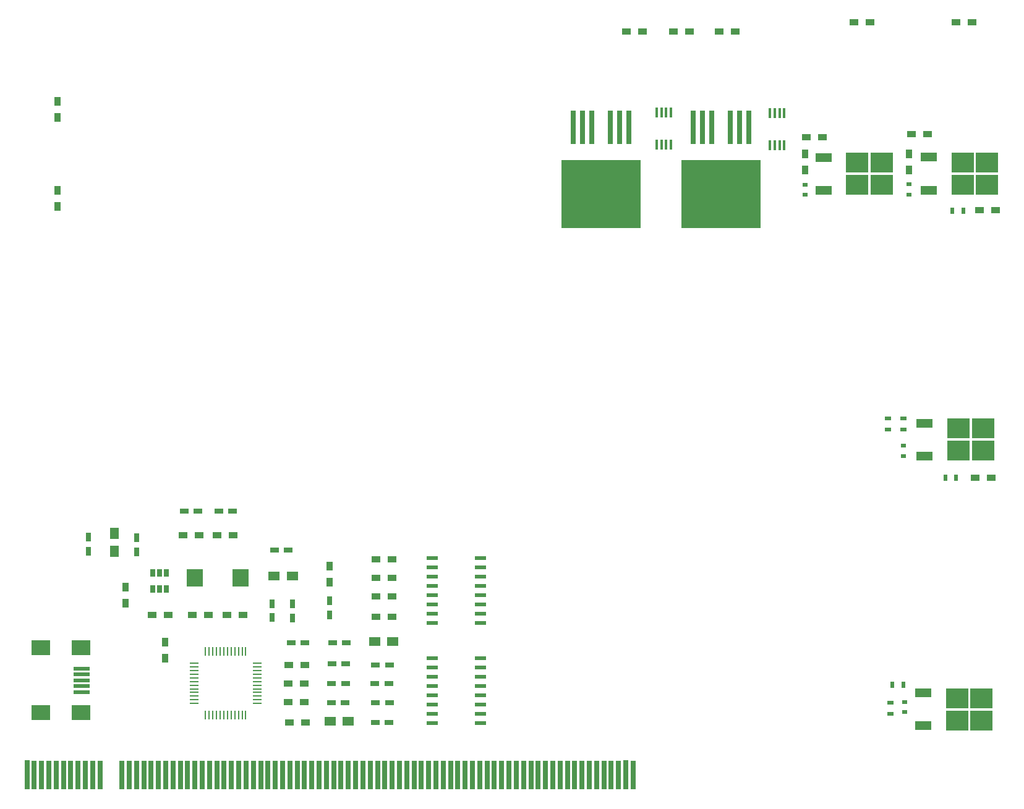
<source format=gtp>
G04 #@! TF.FileFunction,Paste,Top*
%FSLAX46Y46*%
G04 Gerber Fmt 4.6, Leading zero omitted, Abs format (unit mm)*
G04 Created by KiCad (PCBNEW 4.0.7) date 01/07/18 14:46:33*
%MOMM*%
%LPD*%
G01*
G04 APERTURE LIST*
%ADD10C,0.100000*%
%ADD11R,2.300000X0.500000*%
%ADD12R,2.500000X2.000000*%
%ADD13R,0.701040X4.000500*%
%ADD14R,0.701040X3.200400*%
%ADD15R,1.200000X0.750000*%
%ADD16R,1.500000X0.600000*%
%ADD17R,0.900000X1.200000*%
%ADD18R,1.200000X0.900000*%
%ADD19R,0.750000X1.200000*%
%ADD20R,1.250000X1.500000*%
%ADD21R,1.500000X1.250000*%
%ADD22R,0.700000X0.600000*%
%ADD23R,2.200000X1.200000*%
%ADD24R,3.050000X2.750000*%
%ADD25R,0.800000X4.600000*%
%ADD26R,10.800000X9.400000*%
%ADD27R,0.900000X0.500000*%
%ADD28R,0.500000X0.900000*%
%ADD29R,0.650000X1.060000*%
%ADD30R,1.300000X0.250000*%
%ADD31R,0.250000X1.300000*%
%ADD32R,0.450000X1.450000*%
%ADD33R,2.200000X2.400000*%
G04 APERTURE END LIST*
D10*
D11*
X58934000Y-123596600D03*
X58934000Y-124396600D03*
X58934000Y-125196600D03*
X58934000Y-125996600D03*
X58934000Y-126796600D03*
D12*
X58834000Y-120746600D03*
X53334000Y-120746600D03*
X58834000Y-129646600D03*
X53334000Y-129646600D03*
D13*
X64467740Y-138176000D03*
X65465960Y-138176000D03*
X66466720Y-138176000D03*
X67467480Y-138176000D03*
X68465700Y-138176000D03*
X69466460Y-138176000D03*
X70467220Y-138176000D03*
X64467740Y-138176000D03*
X65465960Y-138176000D03*
X66466720Y-138176000D03*
X67467480Y-138176000D03*
X68465700Y-138176000D03*
X69466460Y-138176000D03*
X70467220Y-138176000D03*
X61465460Y-138176000D03*
D14*
X51465480Y-137777220D03*
D13*
X52466240Y-138176000D03*
X53467000Y-138176000D03*
X54467760Y-138176000D03*
X55465980Y-138176000D03*
X56466740Y-138176000D03*
X57467500Y-138176000D03*
X58465720Y-138176000D03*
X59466480Y-138176000D03*
X60467240Y-138176000D03*
X51465480Y-138176000D03*
X52466240Y-138176000D03*
X53467000Y-138176000D03*
X54467760Y-138176000D03*
X55465980Y-138176000D03*
X56466740Y-138176000D03*
X57467500Y-138176000D03*
X58465720Y-138176000D03*
X59466480Y-138176000D03*
X60467240Y-138176000D03*
X61465460Y-138176000D03*
X71465440Y-138176000D03*
X72466200Y-138176000D03*
X73466960Y-138176000D03*
X74467720Y-138176000D03*
X75465940Y-138176000D03*
X76466700Y-138176000D03*
X77467460Y-138176000D03*
X78465680Y-138176000D03*
X79466440Y-138176000D03*
X80467200Y-138176000D03*
X81465420Y-138176000D03*
X82466180Y-138176000D03*
X83466940Y-138176000D03*
X84467700Y-138176000D03*
X71465440Y-138176000D03*
X72466200Y-138176000D03*
X73466960Y-138176000D03*
X74467720Y-138176000D03*
X75465940Y-138176000D03*
X76466700Y-138176000D03*
X77467460Y-138176000D03*
X78465680Y-138176000D03*
X79466440Y-138176000D03*
X80467200Y-138176000D03*
X81465420Y-138176000D03*
X82466180Y-138176000D03*
X83466940Y-138176000D03*
X84467700Y-138176000D03*
X85465920Y-138176000D03*
X86466680Y-138176000D03*
X87467440Y-138176000D03*
X88465660Y-138176000D03*
X89466420Y-138176000D03*
X90467180Y-138176000D03*
X91465400Y-138176000D03*
X92466160Y-138176000D03*
X93466920Y-138176000D03*
X94467680Y-138176000D03*
X95465900Y-138176000D03*
X96466660Y-138176000D03*
X97467420Y-138176000D03*
X98465640Y-138176000D03*
X99466400Y-138176000D03*
X100467160Y-138176000D03*
X101465380Y-138176000D03*
X85465920Y-138176000D03*
X86466680Y-138176000D03*
X87467440Y-138176000D03*
X88465660Y-138176000D03*
X89466420Y-138176000D03*
X90467180Y-138176000D03*
X91465400Y-138176000D03*
X92466160Y-138176000D03*
X93466920Y-138176000D03*
X94467680Y-138176000D03*
X95465900Y-138176000D03*
X96466660Y-138176000D03*
X97467420Y-138176000D03*
X98465640Y-138176000D03*
X99466400Y-138176000D03*
X100467160Y-138176000D03*
X101465380Y-138176000D03*
X102466140Y-138176000D03*
X103466900Y-138176000D03*
X104467660Y-138176000D03*
X105465880Y-138176000D03*
X106466640Y-138176000D03*
X107467400Y-138176000D03*
X108465620Y-138176000D03*
X109466380Y-138176000D03*
X110467140Y-138176000D03*
X111465360Y-138176000D03*
X112466120Y-138176000D03*
X113466880Y-138176000D03*
X114467640Y-138176000D03*
X115465860Y-138176000D03*
X116466620Y-138176000D03*
X117467380Y-138176000D03*
X118465600Y-138176000D03*
X119466360Y-138176000D03*
X120467120Y-138176000D03*
X121465340Y-138176000D03*
X122466100Y-138176000D03*
X123466860Y-138176000D03*
X124467620Y-138176000D03*
X125465840Y-138176000D03*
X126466600Y-138176000D03*
X127467360Y-138176000D03*
X128465580Y-138176000D03*
X129466340Y-138176000D03*
X130467100Y-138176000D03*
X131467860Y-138176000D03*
X132466080Y-138176000D03*
X133466840Y-138176000D03*
X134467600Y-138176000D03*
X102466140Y-138176000D03*
X103466900Y-138176000D03*
X104467660Y-138176000D03*
X105465880Y-138176000D03*
X106466640Y-138176000D03*
X107467400Y-138176000D03*
X108465620Y-138176000D03*
X109466380Y-138176000D03*
X110467140Y-138176000D03*
X111465360Y-138176000D03*
X112466120Y-138176000D03*
X113466880Y-138176000D03*
X114467640Y-138176000D03*
X115465860Y-138176000D03*
X116466620Y-138176000D03*
X117467380Y-138176000D03*
X118465600Y-138176000D03*
X119466360Y-138176000D03*
X120467120Y-138176000D03*
X121465340Y-138176000D03*
X122466100Y-138176000D03*
X123466860Y-138176000D03*
X124467620Y-138176000D03*
X125465840Y-138176000D03*
X126466600Y-138176000D03*
X127467360Y-138176000D03*
X128465580Y-138176000D03*
X129466340Y-138176000D03*
X130467100Y-138176000D03*
X131467860Y-138176000D03*
X132466080Y-138176000D03*
D14*
X133466840Y-137777220D03*
D13*
X134467600Y-138176000D03*
D15*
X99189500Y-123063000D03*
X101089500Y-123063000D03*
D16*
X106938000Y-108458000D03*
X106938000Y-109728000D03*
X106938000Y-110998000D03*
X106938000Y-112268000D03*
X106938000Y-113538000D03*
X106938000Y-114808000D03*
X106938000Y-116078000D03*
X106938000Y-117348000D03*
X113538000Y-117348000D03*
X113538000Y-116078000D03*
X113538000Y-114808000D03*
X113538000Y-113538000D03*
X113538000Y-112268000D03*
X113538000Y-110998000D03*
X113538000Y-109728000D03*
X113538000Y-108458000D03*
X106934000Y-122174000D03*
X106934000Y-123444000D03*
X106934000Y-124714000D03*
X106934000Y-125984000D03*
X106934000Y-127254000D03*
X106934000Y-128524000D03*
X106934000Y-129794000D03*
X106934000Y-131064000D03*
X113534000Y-131064000D03*
X113534000Y-129794000D03*
X113534000Y-128524000D03*
X113534000Y-127254000D03*
X113534000Y-125984000D03*
X113534000Y-124714000D03*
X113534000Y-123444000D03*
X113534000Y-122174000D03*
D17*
X55626000Y-60282000D03*
X55626000Y-58082000D03*
D18*
X76304500Y-116205000D03*
X74104500Y-116205000D03*
D17*
X55626000Y-48090000D03*
X55626000Y-45890000D03*
D18*
X78846500Y-116205000D03*
X81046500Y-116205000D03*
D19*
X85026500Y-116581000D03*
X85026500Y-114681000D03*
D15*
X72966500Y-101981000D03*
X74866500Y-101981000D03*
D20*
X63436500Y-105049000D03*
X63436500Y-107549000D03*
D15*
X77732824Y-101981000D03*
X79632824Y-101981000D03*
X93286500Y-120015000D03*
X95186500Y-120015000D03*
D21*
X85300500Y-110871000D03*
X87800500Y-110871000D03*
D15*
X93163409Y-125603000D03*
X95063409Y-125603000D03*
X87632500Y-120015000D03*
X89532500Y-120015000D03*
D19*
X87820500Y-114747000D03*
X87820500Y-116647000D03*
X92900500Y-114305000D03*
X92900500Y-116205000D03*
X59880500Y-107503000D03*
X59880500Y-105603000D03*
D21*
X95484000Y-130810000D03*
X92984000Y-130810000D03*
X99080000Y-119888000D03*
X101580000Y-119888000D03*
D15*
X95055077Y-128270000D03*
X93155077Y-128270000D03*
X95118000Y-122936000D03*
X93218000Y-122936000D03*
X99151400Y-130937000D03*
X101051400Y-130937000D03*
X99189500Y-128270000D03*
X101089500Y-128270000D03*
X99126000Y-125603000D03*
X101026000Y-125603000D03*
D22*
X172212000Y-57237400D03*
X172212000Y-58637400D03*
D18*
X180906600Y-35052000D03*
X178706600Y-35052000D03*
D22*
X171434760Y-93056480D03*
X171434760Y-94456480D03*
D18*
X181848400Y-60797440D03*
X184048400Y-60797440D03*
D22*
X171640500Y-128141500D03*
X171640500Y-129541500D03*
D18*
X181335500Y-97472500D03*
X183535500Y-97472500D03*
X139997000Y-36322000D03*
X142197000Y-36322000D03*
D22*
X158031180Y-57287160D03*
X158031180Y-58687160D03*
D18*
X166936600Y-35052000D03*
X164736600Y-35052000D03*
X135720000Y-36322000D03*
X133520000Y-36322000D03*
X148420000Y-36322000D03*
X146220000Y-36322000D03*
D19*
X66484500Y-107569000D03*
X66484500Y-105669000D03*
D15*
X85346500Y-107315000D03*
X87246500Y-107315000D03*
D23*
X174960280Y-53502560D03*
X174960280Y-58062560D03*
D24*
X182935280Y-57307560D03*
X179585280Y-54257560D03*
X182935280Y-54257560D03*
X179585280Y-57307560D03*
D23*
X174384040Y-89943320D03*
X174384040Y-94503320D03*
D24*
X182359040Y-93748320D03*
X179009040Y-90698320D03*
X182359040Y-90698320D03*
X179009040Y-93748320D03*
D23*
X174206500Y-126867840D03*
X174206500Y-131427840D03*
D24*
X182181500Y-130672840D03*
X178831500Y-127622840D03*
X182181500Y-127622840D03*
X178831500Y-130672840D03*
D23*
X160519000Y-53536500D03*
X160519000Y-58096500D03*
D24*
X168494000Y-57341500D03*
X165144000Y-54291500D03*
X168494000Y-54291500D03*
X165144000Y-57341500D03*
D25*
X143967200Y-49433480D03*
X142697200Y-49433480D03*
X145237200Y-49433480D03*
X147777200Y-49433480D03*
X149047200Y-49433480D03*
D26*
X146507200Y-58577480D03*
D25*
X150317200Y-49433480D03*
X127508000Y-49403000D03*
X126238000Y-49403000D03*
X128778000Y-49403000D03*
X131318000Y-49403000D03*
X132588000Y-49403000D03*
D26*
X130048000Y-58547000D03*
D25*
X133858000Y-49403000D03*
D17*
X172257720Y-55290720D03*
X172257720Y-53090720D03*
D18*
X174762160Y-50327560D03*
X172562160Y-50327560D03*
D27*
X169346880Y-90789760D03*
X169346880Y-89289760D03*
X171490640Y-90799920D03*
X171490640Y-89299920D03*
D28*
X179679600Y-60833000D03*
X178179600Y-60833000D03*
D27*
X169672000Y-129782000D03*
X169672000Y-128282000D03*
D28*
X171438000Y-125793500D03*
X169938000Y-125793500D03*
X178689000Y-97472500D03*
X177189000Y-97472500D03*
D18*
X87228500Y-125603000D03*
X89428500Y-125603000D03*
D17*
X157995620Y-55298520D03*
X157995620Y-53098520D03*
D18*
X160370700Y-50800000D03*
X158170700Y-50800000D03*
D17*
X64960500Y-114595000D03*
X64960500Y-112395000D03*
D18*
X77492500Y-105283000D03*
X79692500Y-105283000D03*
X68602500Y-116205000D03*
X70802500Y-116205000D03*
X75034500Y-105283000D03*
X72834500Y-105283000D03*
D17*
X92900500Y-111717000D03*
X92900500Y-109517000D03*
X70358000Y-119931000D03*
X70358000Y-122131000D03*
D18*
X87398500Y-130937000D03*
X89598500Y-130937000D03*
X87228500Y-128143000D03*
X89428500Y-128143000D03*
X87292000Y-123063000D03*
X89492000Y-123063000D03*
X99230000Y-108585000D03*
X101430000Y-108585000D03*
X99230000Y-111125000D03*
X101430000Y-111125000D03*
X99230000Y-113728500D03*
X101430000Y-113728500D03*
X99230000Y-116459000D03*
X101430000Y-116459000D03*
D29*
X68648500Y-112649000D03*
X69598500Y-112649000D03*
X70548500Y-112649000D03*
X70548500Y-110449000D03*
X68648500Y-110449000D03*
X69598500Y-110449000D03*
D30*
X74326500Y-122853000D03*
X74326500Y-123353000D03*
X74326500Y-123853000D03*
X74326500Y-124353000D03*
X74326500Y-124853000D03*
X74326500Y-125353000D03*
X74326500Y-125853000D03*
X74326500Y-126353000D03*
X74326500Y-126853000D03*
X74326500Y-127353000D03*
X74326500Y-127853000D03*
X74326500Y-128353000D03*
D31*
X75926500Y-129953000D03*
X76426500Y-129953000D03*
X76926500Y-129953000D03*
X77426500Y-129953000D03*
X77926500Y-129953000D03*
X78426500Y-129953000D03*
X78926500Y-129953000D03*
X79426500Y-129953000D03*
X79926500Y-129953000D03*
X80426500Y-129953000D03*
X80926500Y-129953000D03*
X81426500Y-129953000D03*
D30*
X83026500Y-128353000D03*
X83026500Y-127853000D03*
X83026500Y-127353000D03*
X83026500Y-126853000D03*
X83026500Y-126353000D03*
X83026500Y-125853000D03*
X83026500Y-125353000D03*
X83026500Y-124853000D03*
X83026500Y-124353000D03*
X83026500Y-123853000D03*
X83026500Y-123353000D03*
X83026500Y-122853000D03*
D31*
X81426500Y-121253000D03*
X80926500Y-121253000D03*
X80426500Y-121253000D03*
X79926500Y-121253000D03*
X79426500Y-121253000D03*
X78926500Y-121253000D03*
X78426500Y-121253000D03*
X77926500Y-121253000D03*
X77426500Y-121253000D03*
X76926500Y-121253000D03*
X76426500Y-121253000D03*
X75926500Y-121253000D03*
D32*
X155153000Y-47520500D03*
X154503000Y-47520500D03*
X153853000Y-47520500D03*
X153203000Y-47520500D03*
X153203000Y-51920500D03*
X153853000Y-51920500D03*
X154503000Y-51920500D03*
X155153000Y-51920500D03*
X139638680Y-47365560D03*
X138988680Y-47365560D03*
X138338680Y-47365560D03*
X137688680Y-47365560D03*
X137688680Y-51765560D03*
X138338680Y-51765560D03*
X138988680Y-51765560D03*
X139638680Y-51765560D03*
D33*
X80708500Y-111125000D03*
X74408500Y-111125000D03*
M02*

</source>
